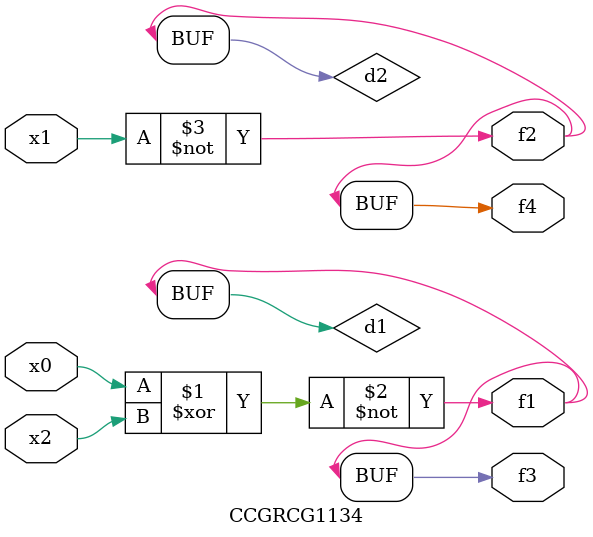
<source format=v>
module CCGRCG1134(
	input x0, x1, x2,
	output f1, f2, f3, f4
);

	wire d1, d2, d3;

	xnor (d1, x0, x2);
	nand (d2, x1);
	nor (d3, x1, x2);
	assign f1 = d1;
	assign f2 = d2;
	assign f3 = d1;
	assign f4 = d2;
endmodule

</source>
